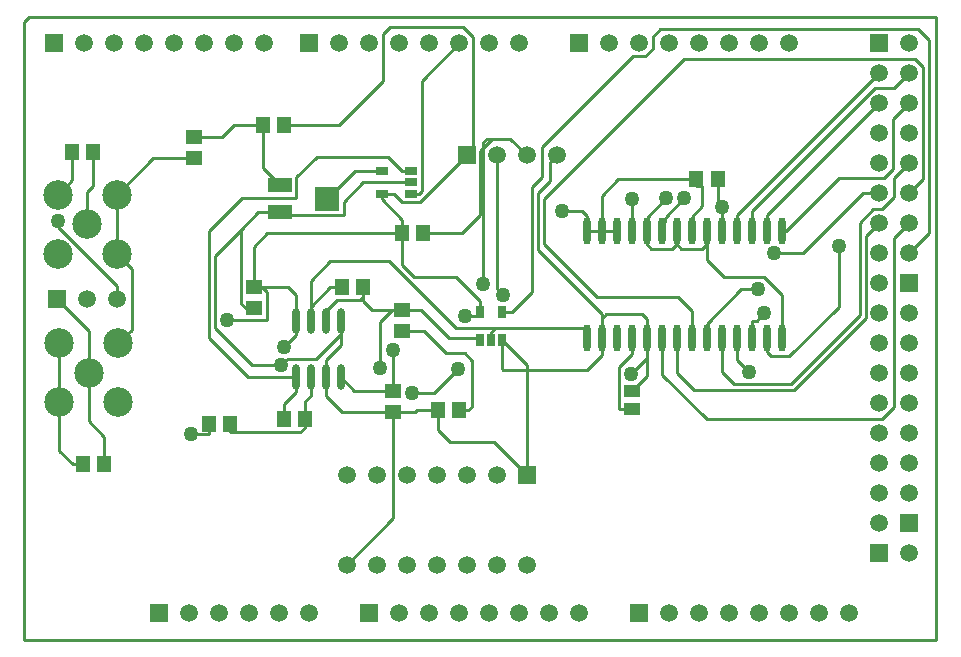
<source format=gtl>
%FSLAX42Y42*%
%MOMM*%
G71*
G01*
G75*
G04 Layer_Physical_Order=1*
G04 Layer_Color=255*
%ADD10R,1.20X1.40*%
%ADD11O,0.60X2.30*%
%ADD12R,1.40X1.20*%
%ADD13R,1.10X0.65*%
%ADD14R,1.40X1.10*%
%ADD15R,2.00X1.30*%
%ADD16R,2.00X2.00*%
%ADD17O,0.60X2.20*%
%ADD18R,0.65X1.10*%
%ADD19C,0.25*%
%ADD20R,1.50X1.50*%
%ADD21C,1.50*%
%ADD22R,1.50X1.50*%
%ADD23C,2.50*%
%ADD24R,1.50X1.50*%
%ADD25C,1.50*%
%ADD26C,1.27*%
D10*
X2744Y4153D02*
D03*
X2564D02*
D03*
X2833Y1511D02*
D03*
X2653D02*
D03*
X3900Y1854D02*
D03*
X3720D02*
D03*
X8028Y3924D02*
D03*
X7848D02*
D03*
X4850Y3010D02*
D03*
X5030D02*
D03*
X5843Y1968D02*
D03*
X5663D02*
D03*
X4177Y4381D02*
D03*
X4357D02*
D03*
X4355Y1892D02*
D03*
X4535D02*
D03*
X5538Y3467D02*
D03*
X5358D02*
D03*
D11*
X6921Y2580D02*
D03*
X7049D02*
D03*
X7175D02*
D03*
X7303D02*
D03*
X7429D02*
D03*
X7557D02*
D03*
X7683D02*
D03*
X7811D02*
D03*
X7938D02*
D03*
X8064D02*
D03*
X8192D02*
D03*
X8318D02*
D03*
X8446D02*
D03*
X8572D02*
D03*
X6921Y3490D02*
D03*
X7049D02*
D03*
X7175D02*
D03*
X7303D02*
D03*
X7429D02*
D03*
X7557D02*
D03*
X7683D02*
D03*
X7811D02*
D03*
X7938D02*
D03*
X8064D02*
D03*
X8192D02*
D03*
X8318D02*
D03*
X8446D02*
D03*
X8572D02*
D03*
D12*
X5359Y2821D02*
D03*
Y2641D02*
D03*
X5283Y1955D02*
D03*
Y2135D02*
D03*
X3594Y4281D02*
D03*
Y4101D02*
D03*
X4102Y3011D02*
D03*
Y2831D02*
D03*
D13*
X5429Y3804D02*
D03*
Y3899D02*
D03*
Y3994D02*
D03*
X5189D02*
D03*
Y3804D02*
D03*
D14*
X7303Y1982D02*
D03*
Y2132D02*
D03*
D15*
X4321Y3874D02*
D03*
Y3644D02*
D03*
D16*
X4721Y3759D02*
D03*
D17*
X4839Y2729D02*
D03*
X4712D02*
D03*
X4585D02*
D03*
X4458D02*
D03*
X4839Y2249D02*
D03*
X4712D02*
D03*
X4585D02*
D03*
X4458D02*
D03*
D18*
X6014Y2560D02*
D03*
X6109D02*
D03*
X6204D02*
D03*
Y2800D02*
D03*
X6014D02*
D03*
D19*
X3594Y4281D02*
X3835D01*
X3936Y4381D01*
X4177D01*
X4355Y1892D02*
Y2019D01*
X4458Y2122D01*
Y2249D01*
X4535Y1892D02*
Y2045D01*
X4585Y2094D01*
Y2249D01*
X2692Y3543D02*
Y3820D01*
X2744Y3872D01*
Y4153D01*
X2942Y3293D02*
Y3793D01*
X2455Y2036D02*
Y2536D01*
X5283Y1955D02*
X5466D01*
X5480Y1968D01*
X5663D01*
X8028Y3725D02*
Y3924D01*
X6921Y3490D02*
X7049D01*
X7175D01*
X7645Y3335D02*
X7683Y3373D01*
X7468Y3335D02*
X7645D01*
X7429Y3373D02*
X7468Y3335D01*
X7429Y3373D02*
Y3490D01*
X7683Y3373D02*
Y3490D01*
Y3373D02*
X7722Y3335D01*
X7899D01*
X4535Y1822D02*
Y1892D01*
X4496Y1783D02*
X4535Y1822D01*
X3900Y1783D02*
Y1854D01*
X2455Y1626D02*
Y2036D01*
Y1626D02*
X2569Y1511D01*
X2653D01*
X2705Y2286D02*
Y2642D01*
X2438Y2908D02*
X2705Y2642D01*
X5509Y3731D02*
X5906Y4128D01*
X5358Y3731D02*
X5509D01*
X5286Y3804D02*
X5358Y3731D01*
X5189Y3804D02*
X5286D01*
X2942Y3793D02*
X3250Y4101D01*
X3594D01*
X4712Y2094D02*
Y2249D01*
Y2094D02*
X4851Y1955D01*
X5283D01*
X7049Y2438D02*
Y2580D01*
X6924Y2314D02*
X7049Y2438D01*
X6204Y2321D02*
X6210Y2314D01*
X6204Y2321D02*
Y2560D01*
X6414Y2350D01*
X5168Y2328D02*
Y2717D01*
X8192Y3619D02*
X9398Y4826D01*
X8192Y3490D02*
Y3619D01*
X7557Y2271D02*
Y2580D01*
Y2271D02*
X7935Y1892D01*
X9423D01*
X9525Y1994D01*
Y3429D01*
X9652Y3556D01*
X7049Y3490D02*
Y3785D01*
X7188Y3924D01*
X7848D01*
X5030Y2896D02*
X5105Y2821D01*
X4102Y3011D02*
Y3353D01*
X4216Y3467D01*
X5358D01*
X5283Y2135D02*
Y2479D01*
X8364Y2728D02*
X8425Y2789D01*
X8318Y2728D02*
X8364D01*
X8318Y2580D02*
Y2728D01*
X7303Y3490D02*
Y3759D01*
X7087Y2781D02*
X7391D01*
X7429Y2743D01*
Y2580D02*
Y2743D01*
X7303Y2132D02*
X7429Y2259D01*
X6020Y3619D02*
Y4166D01*
X5867Y3467D02*
X6020Y3619D01*
X5538Y3467D02*
X5867D01*
X6139Y1697D02*
X6414Y1422D01*
X5766Y1697D02*
X6139D01*
X5663Y1799D02*
X5766Y1697D01*
X5663Y1799D02*
Y1968D01*
X7811Y3490D02*
Y3607D01*
X7899Y3696D01*
Y3866D01*
X7848D02*
Y3924D01*
X4712Y2729D02*
Y2809D01*
X4803Y2901D01*
X5004D01*
X5030Y2927D02*
Y3010D01*
X4750D02*
X4850D01*
X5359Y2821D02*
X5517D01*
X5754Y2583D01*
X6014Y2560D02*
Y2583D01*
X4359Y2507D02*
X4458Y2606D01*
Y2729D01*
X6014Y2800D02*
Y2896D01*
X5812Y3097D02*
X6014Y2896D01*
X5461Y3097D02*
X5812D01*
X5358Y3200D02*
X5461Y3097D01*
X5358Y3200D02*
Y3467D01*
X5843Y1968D02*
X5918D01*
X5948Y1999D01*
Y2388D01*
X5886Y2450D02*
X5948Y2388D01*
X5731Y2450D02*
X5886D01*
X5540Y2641D02*
X5731Y2450D01*
X5359Y2641D02*
X5540D01*
X6505Y3327D02*
X7049Y2784D01*
X6505Y3327D02*
Y3805D01*
X6607Y3907D01*
Y4067D01*
X6668Y4128D01*
X6921Y3490D02*
Y3614D01*
X6883Y3653D02*
X6921Y3614D01*
X6708Y3653D02*
X6883D01*
X6160Y2995D02*
X6210Y2944D01*
X6160Y2995D02*
Y4128D01*
X6274Y4267D02*
X6414Y4128D01*
X6045Y4237D02*
X6076Y4267D01*
X4721Y3759D02*
X4956Y3994D01*
X5189D01*
X5024Y3899D02*
X5429D01*
X4862Y3736D02*
X5024Y3899D01*
X4862Y3619D02*
Y3736D01*
X4356Y3619D02*
X4862D01*
X4321Y3644D02*
X4356D01*
X5906Y4128D02*
X5956Y4178D01*
Y5131D01*
X5872Y5215D02*
X5956Y5131D01*
X5258Y5215D02*
X5872D01*
X5194Y5151D02*
X5258Y5215D01*
X5194Y4755D02*
Y5151D01*
X4821Y4381D02*
X5194Y4755D01*
X4357Y4381D02*
X4821D01*
X5522Y4760D02*
X5842Y5080D01*
X5522Y3828D02*
Y4760D01*
X5498Y3804D02*
X5522Y3828D01*
X5429Y3804D02*
X5498D01*
X9525Y4699D02*
X9652Y4826D01*
X9360Y4699D02*
X9525D01*
X8318Y3658D02*
X9360Y4699D01*
X8318Y3490D02*
Y3658D01*
X8446Y3619D02*
X9398Y4572D01*
X8446Y3490D02*
Y3619D01*
X2955Y2536D02*
X3071Y2652D01*
Y3165D01*
X2942Y3293D02*
X3071Y3165D01*
X9285Y3443D02*
X9398Y3556D01*
X9285Y2748D02*
Y3443D01*
X8675Y2139D02*
X9285Y2748D01*
X7828Y2139D02*
X8675D01*
X7683Y2283D02*
X7828Y2139D01*
X7683Y2283D02*
Y2580D01*
X7938Y3241D02*
X8085Y3094D01*
X8425D01*
X8572Y2946D01*
Y2580D02*
Y2946D01*
X4032Y2831D02*
X4102D01*
X3993Y2870D02*
X4032Y2831D01*
X4140Y3644D02*
X4321D01*
X4387Y2406D02*
X4628D01*
X4336Y2355D02*
X4387Y2406D01*
X4177Y4018D02*
X4321Y3874D01*
X4177Y4018D02*
Y4381D01*
X5358Y3994D02*
X5429D01*
X5237Y4115D02*
X5358Y3994D01*
X4633Y4115D02*
X5237D01*
X4460Y3942D02*
X4633Y4115D01*
X4460Y3769D02*
Y3942D01*
X4003Y3769D02*
X4460D01*
X3721Y3487D02*
X4003Y3769D01*
X3721Y2578D02*
Y3487D01*
Y2578D02*
X4050Y2249D01*
X4458D01*
X5631Y2116D02*
X5833Y2318D01*
X5443Y2116D02*
X5631D01*
X9652Y3302D02*
X9817Y3467D01*
Y5105D01*
X9728Y5194D02*
X9817Y5105D01*
X7544Y5194D02*
X9728D01*
X7480Y5131D02*
X7544Y5194D01*
X7480Y5029D02*
Y5131D01*
X7417Y4966D02*
X7480Y5029D01*
X7308Y4966D02*
X7417D01*
X6540Y4199D02*
X7308Y4966D01*
X6540Y3942D02*
Y4199D01*
X6454Y3856D02*
X6540Y3942D01*
X6454Y2969D02*
Y3856D01*
X6287Y2802D02*
X6454Y2969D01*
X6204Y2800D02*
Y2802D01*
X2705Y1875D02*
Y2286D01*
Y1875D02*
X2833Y1746D01*
Y1511D02*
Y1746D01*
X2442Y3524D02*
Y3575D01*
Y3524D02*
X2946Y3020D01*
Y2908D02*
Y3020D01*
X7429Y3599D02*
X7595Y3764D01*
X7429Y3490D02*
Y3599D01*
X3720Y1770D02*
Y1854D01*
X3571Y1770D02*
X3720D01*
X2442Y3793D02*
X2564Y3915D01*
Y4153D01*
X4712Y2249D02*
Y2398D01*
X4839Y2525D01*
X4084Y2355D02*
X4336D01*
X3772Y2667D02*
X4084Y2355D01*
X3772Y2667D02*
Y3276D01*
X5283Y1054D02*
Y1955D01*
X4890Y660D02*
X5283Y1054D01*
X4839Y2249D02*
X4953Y2135D01*
X5283D01*
X6014Y2766D02*
Y2800D01*
X3874Y2731D02*
X4211D01*
Y2972D01*
X4102Y3011D02*
X4172D01*
X5187Y3756D02*
X5189Y3804D01*
X5187Y3756D02*
X5358Y3584D01*
Y3467D02*
Y3584D01*
X4388Y3011D02*
X4458Y2941D01*
Y2729D02*
Y2941D01*
X5246Y3231D02*
X5812Y2664D01*
X4750Y3231D02*
X5246D01*
X4585Y3066D02*
X4750Y3231D01*
X6921Y2580D02*
Y2664D01*
X6109Y2560D02*
Y2626D01*
X7303Y2446D02*
Y2580D01*
X7193Y2337D02*
X7303Y2446D01*
X7193Y1982D02*
Y2337D01*
Y1982D02*
X7303D01*
X7811Y2580D02*
Y2809D01*
X7696Y2924D02*
X7811Y2809D01*
X7010Y2924D02*
X7696D01*
X6556Y3378D02*
X7010Y2924D01*
X6556Y3378D02*
Y3754D01*
X7742Y4940D01*
X9703D01*
X9766Y4877D01*
Y3924D02*
Y4877D01*
X9652Y3810D02*
X9766Y3924D01*
X9263Y3810D02*
X9398D01*
X8755Y3302D02*
X9263Y3810D01*
X8509Y3302D02*
X8755D01*
X8227Y2992D02*
X8374D01*
X7938Y2703D02*
X8227Y2992D01*
X7938Y2580D02*
Y2703D01*
X9525Y3937D02*
X9652Y4064D01*
X9525Y3772D02*
Y3937D01*
X9423Y3670D02*
X9525Y3772D01*
X9347Y3670D02*
X9423D01*
X9233Y3556D02*
X9347Y3670D01*
X9233Y2776D02*
Y3556D01*
X8646Y2189D02*
X9233Y2776D01*
X8164Y2189D02*
X8646D01*
X8064Y2289D02*
X8164Y2189D01*
X8064Y2289D02*
Y2580D01*
X8192Y2393D02*
Y2580D01*
Y2393D02*
X8293Y2291D01*
X8446Y2464D02*
Y2580D01*
Y2464D02*
X8484Y2426D01*
X8635D01*
X9053Y2843D01*
Y3360D01*
X9512Y4432D02*
X9652Y4572D01*
X9512Y4013D02*
Y4432D01*
X9436Y3937D02*
X9512Y4013D01*
X9057Y3937D02*
X9436D01*
X8611Y3490D02*
X9057Y3937D01*
X8572Y3490D02*
X8611D01*
X7557D02*
X7590Y3607D01*
X7747Y3764D01*
X3900Y1783D02*
X4496D01*
X6204Y2802D02*
X6287D01*
X5105Y2821D02*
X5272D01*
X5359D01*
X5004Y2901D02*
X5030Y2927D01*
Y2896D02*
Y2927D01*
X5168Y2717D02*
X5272Y2821D01*
X5754Y2583D02*
X6014D01*
X7899Y3335D02*
X7938Y3373D01*
Y3241D02*
Y3373D01*
Y3490D01*
X4628Y2406D02*
X4839Y2616D01*
Y2525D02*
Y2616D01*
Y2729D01*
X3993Y2870D02*
Y3497D01*
X3772Y3276D02*
X3993Y3497D01*
X4140Y3644D01*
X4356Y3619D02*
Y3644D01*
X6045Y3039D02*
Y4191D01*
Y4237D01*
X6414Y1422D02*
Y2314D01*
Y2350D01*
X6210Y2314D02*
X6414D01*
X6924D01*
X7295Y2273D02*
X7429Y2408D01*
Y2259D02*
Y2408D01*
Y2580D01*
X7049D02*
Y2743D01*
Y2784D01*
Y2743D02*
X7087Y2781D01*
X6076Y4267D02*
X6121D01*
X6274D01*
X6020Y4166D02*
X6045Y4191D01*
X6121Y4267D01*
X8064Y3490D02*
Y3688D01*
Y3693D01*
X8028Y3725D02*
X8064Y3688D01*
X4172Y3011D02*
X4211Y2972D01*
X4172Y3011D02*
X4388D01*
X5888Y2766D02*
X6014D01*
X7848Y3866D02*
X7899D01*
X4585Y2729D02*
Y2845D01*
Y3066D01*
Y2845D02*
X4750Y3010D01*
X6109Y2626D02*
X6147Y2664D01*
X6921D01*
X5812D02*
X6147D01*
X2159Y5258D02*
X2197Y5296D01*
X2159Y25D02*
Y5258D01*
Y25D02*
X9881D01*
X2197Y5296D02*
X9881D01*
Y25D02*
Y5296D01*
D20*
X7366Y254D02*
D03*
X9398Y762D02*
D03*
X3302Y254D02*
D03*
X9398Y5080D02*
D03*
X5906Y4128D02*
D03*
X4572Y5080D02*
D03*
X2438Y2908D02*
D03*
X5080Y254D02*
D03*
X6858Y5080D02*
D03*
X2413D02*
D03*
D21*
X7620Y254D02*
D03*
X7874D02*
D03*
X8128D02*
D03*
X8382D02*
D03*
X8636D02*
D03*
X8890D02*
D03*
X9144D02*
D03*
X9652Y762D02*
D03*
X4572Y254D02*
D03*
X4318D02*
D03*
X4064D02*
D03*
X3810D02*
D03*
X3556D02*
D03*
X9652Y5080D02*
D03*
X9398Y2794D02*
D03*
X9652D02*
D03*
X9398Y2540D02*
D03*
X9652D02*
D03*
X9398Y2286D02*
D03*
X9652D02*
D03*
X9398Y2032D02*
D03*
X9652D02*
D03*
X9398Y1778D02*
D03*
X9652D02*
D03*
X9398Y1524D02*
D03*
X9652D02*
D03*
X9398Y1270D02*
D03*
X9652D02*
D03*
X9398Y1016D02*
D03*
X6160Y4128D02*
D03*
X6414D02*
D03*
X6668D02*
D03*
X6350Y5080D02*
D03*
X6096D02*
D03*
X5842D02*
D03*
X5588D02*
D03*
X5334D02*
D03*
X5080D02*
D03*
X4826D02*
D03*
X2946Y2908D02*
D03*
X2692D02*
D03*
X6858Y254D02*
D03*
X6604D02*
D03*
X6350D02*
D03*
X6096D02*
D03*
X5842D02*
D03*
X5588D02*
D03*
X5334D02*
D03*
X9398Y4826D02*
D03*
X9652D02*
D03*
X9398Y4572D02*
D03*
X9652D02*
D03*
X9398Y4318D02*
D03*
X9652D02*
D03*
X9398Y4064D02*
D03*
X9652D02*
D03*
X9398Y3810D02*
D03*
X9652D02*
D03*
X9398Y3556D02*
D03*
X9652D02*
D03*
X9398Y3302D02*
D03*
X9652D02*
D03*
X9398Y3048D02*
D03*
X8636Y5080D02*
D03*
X8382D02*
D03*
X8128D02*
D03*
X7874D02*
D03*
X7620D02*
D03*
X7366D02*
D03*
X7112D02*
D03*
X4191D02*
D03*
X3937D02*
D03*
X3683D02*
D03*
X3429D02*
D03*
X3175D02*
D03*
X2921D02*
D03*
X2667D02*
D03*
D22*
X9652Y1016D02*
D03*
Y3048D02*
D03*
D23*
X2692Y3543D02*
D03*
X2442Y3293D02*
D03*
X2942D02*
D03*
Y3793D02*
D03*
X2442D02*
D03*
X2705Y2286D02*
D03*
X2455Y2036D02*
D03*
X2955D02*
D03*
Y2536D02*
D03*
X2455D02*
D03*
D24*
X6414Y1422D02*
D03*
D25*
X6160D02*
D03*
X5906D02*
D03*
X5651D02*
D03*
X5397D02*
D03*
X5144D02*
D03*
X4890D02*
D03*
X6414Y660D02*
D03*
X6160D02*
D03*
X5906D02*
D03*
X5651D02*
D03*
X5397D02*
D03*
X5144D02*
D03*
X4890D02*
D03*
D26*
X5168Y2328D02*
D03*
X5283Y2479D02*
D03*
X8425Y2789D02*
D03*
X7303Y3759D02*
D03*
X7295Y2273D02*
D03*
X4359Y2507D02*
D03*
X6708Y3653D02*
D03*
X6210Y2944D02*
D03*
X6045Y3039D02*
D03*
X4336Y2355D02*
D03*
X5833Y2318D02*
D03*
X5443Y2116D02*
D03*
X2442Y3575D02*
D03*
X7595Y3764D02*
D03*
X3571Y1770D02*
D03*
X8064Y3693D02*
D03*
X5888Y2766D02*
D03*
X3874Y2731D02*
D03*
X8509Y3302D02*
D03*
X8374Y2992D02*
D03*
X8293Y2291D02*
D03*
X9053Y3360D02*
D03*
X7747Y3764D02*
D03*
M02*

</source>
